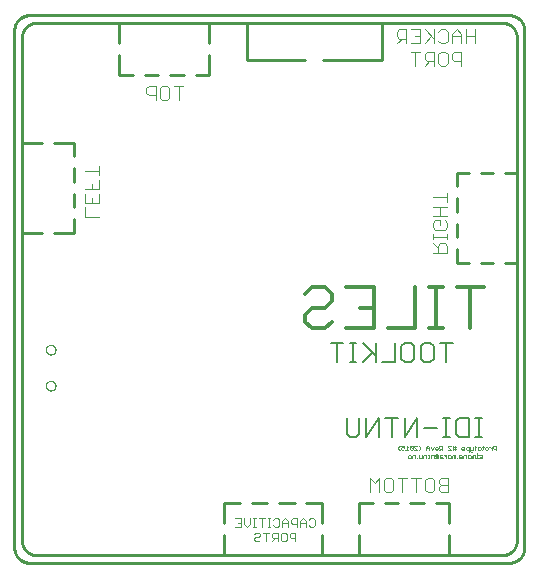
<source format=gbo>
G75*
%MOIN*%
%OFA0B0*%
%FSLAX25Y25*%
%IPPOS*%
%LPD*%
%AMOC8*
5,1,8,0,0,1.08239X$1,22.5*
%
%ADD10C,0.01000*%
%ADD11C,0.00400*%
%ADD12C,0.01200*%
%ADD13C,0.00600*%
%ADD14C,0.00100*%
%ADD15C,0.00300*%
%ADD16C,0.00000*%
D10*
X0008000Y0006500D02*
X0008000Y0179000D01*
X0010500Y0176500D02*
X0010500Y0141500D01*
X0017281Y0141500D01*
X0021219Y0141500D02*
X0028000Y0141500D01*
X0028000Y0136953D01*
X0028000Y0133016D02*
X0028000Y0128469D01*
X0028000Y0124531D02*
X0028000Y0119984D01*
X0028000Y0116047D02*
X0028000Y0111500D01*
X0021219Y0111500D01*
X0017281Y0111500D02*
X0010500Y0111500D01*
X0010500Y0141500D01*
X0010500Y0111500D02*
X0010500Y0009000D01*
X0008000Y0006500D02*
X0008002Y0006360D01*
X0008008Y0006220D01*
X0008018Y0006080D01*
X0008031Y0005940D01*
X0008049Y0005801D01*
X0008071Y0005662D01*
X0008096Y0005525D01*
X0008125Y0005387D01*
X0008158Y0005251D01*
X0008195Y0005116D01*
X0008236Y0004982D01*
X0008281Y0004849D01*
X0008329Y0004717D01*
X0008381Y0004587D01*
X0008436Y0004458D01*
X0008495Y0004331D01*
X0008558Y0004205D01*
X0008624Y0004081D01*
X0008693Y0003960D01*
X0008766Y0003840D01*
X0008843Y0003722D01*
X0008922Y0003607D01*
X0009005Y0003493D01*
X0009091Y0003383D01*
X0009180Y0003274D01*
X0009272Y0003168D01*
X0009367Y0003065D01*
X0009464Y0002964D01*
X0009565Y0002867D01*
X0009668Y0002772D01*
X0009774Y0002680D01*
X0009883Y0002591D01*
X0009993Y0002505D01*
X0010107Y0002422D01*
X0010222Y0002343D01*
X0010340Y0002266D01*
X0010460Y0002193D01*
X0010581Y0002124D01*
X0010705Y0002058D01*
X0010831Y0001995D01*
X0010958Y0001936D01*
X0011087Y0001881D01*
X0011217Y0001829D01*
X0011349Y0001781D01*
X0011482Y0001736D01*
X0011616Y0001695D01*
X0011751Y0001658D01*
X0011887Y0001625D01*
X0012025Y0001596D01*
X0012162Y0001571D01*
X0012301Y0001549D01*
X0012440Y0001531D01*
X0012580Y0001518D01*
X0012720Y0001508D01*
X0012860Y0001502D01*
X0013000Y0001500D01*
X0173000Y0001500D01*
X0170500Y0004000D02*
X0153000Y0004000D01*
X0153000Y0010781D01*
X0153000Y0014719D02*
X0153000Y0021500D01*
X0148453Y0021500D01*
X0144516Y0021500D02*
X0139969Y0021500D01*
X0136031Y0021500D02*
X0131484Y0021500D01*
X0127547Y0021500D02*
X0123000Y0021500D01*
X0123000Y0014719D01*
X0123000Y0010781D02*
X0123000Y0004000D01*
X0110500Y0004000D01*
X0110500Y0010781D01*
X0110500Y0014719D02*
X0110500Y0021500D01*
X0105328Y0021500D01*
X0101391Y0021500D02*
X0096219Y0021500D01*
X0092281Y0021500D02*
X0087109Y0021500D01*
X0083172Y0021500D02*
X0078000Y0021500D01*
X0078000Y0014719D01*
X0078000Y0010781D02*
X0078000Y0004000D01*
X0015500Y0004000D01*
X0015360Y0004002D01*
X0015220Y0004008D01*
X0015080Y0004018D01*
X0014940Y0004031D01*
X0014801Y0004049D01*
X0014662Y0004071D01*
X0014525Y0004096D01*
X0014387Y0004125D01*
X0014251Y0004158D01*
X0014116Y0004195D01*
X0013982Y0004236D01*
X0013849Y0004281D01*
X0013717Y0004329D01*
X0013587Y0004381D01*
X0013458Y0004436D01*
X0013331Y0004495D01*
X0013205Y0004558D01*
X0013081Y0004624D01*
X0012960Y0004693D01*
X0012840Y0004766D01*
X0012722Y0004843D01*
X0012607Y0004922D01*
X0012493Y0005005D01*
X0012383Y0005091D01*
X0012274Y0005180D01*
X0012168Y0005272D01*
X0012065Y0005367D01*
X0011964Y0005464D01*
X0011867Y0005565D01*
X0011772Y0005668D01*
X0011680Y0005774D01*
X0011591Y0005883D01*
X0011505Y0005993D01*
X0011422Y0006107D01*
X0011343Y0006222D01*
X0011266Y0006340D01*
X0011193Y0006460D01*
X0011124Y0006581D01*
X0011058Y0006705D01*
X0010995Y0006831D01*
X0010936Y0006958D01*
X0010881Y0007087D01*
X0010829Y0007217D01*
X0010781Y0007349D01*
X0010736Y0007482D01*
X0010695Y0007616D01*
X0010658Y0007751D01*
X0010625Y0007887D01*
X0010596Y0008025D01*
X0010571Y0008162D01*
X0010549Y0008301D01*
X0010531Y0008440D01*
X0010518Y0008580D01*
X0010508Y0008720D01*
X0010502Y0008860D01*
X0010500Y0009000D01*
X0078000Y0004000D02*
X0110500Y0004000D01*
X0123000Y0004000D02*
X0153000Y0004000D01*
X0170500Y0004000D02*
X0170640Y0004002D01*
X0170780Y0004008D01*
X0170920Y0004018D01*
X0171060Y0004031D01*
X0171199Y0004049D01*
X0171338Y0004071D01*
X0171475Y0004096D01*
X0171613Y0004125D01*
X0171749Y0004158D01*
X0171884Y0004195D01*
X0172018Y0004236D01*
X0172151Y0004281D01*
X0172283Y0004329D01*
X0172413Y0004381D01*
X0172542Y0004436D01*
X0172669Y0004495D01*
X0172795Y0004558D01*
X0172919Y0004624D01*
X0173040Y0004693D01*
X0173160Y0004766D01*
X0173278Y0004843D01*
X0173393Y0004922D01*
X0173507Y0005005D01*
X0173617Y0005091D01*
X0173726Y0005180D01*
X0173832Y0005272D01*
X0173935Y0005367D01*
X0174036Y0005464D01*
X0174133Y0005565D01*
X0174228Y0005668D01*
X0174320Y0005774D01*
X0174409Y0005883D01*
X0174495Y0005993D01*
X0174578Y0006107D01*
X0174657Y0006222D01*
X0174734Y0006340D01*
X0174807Y0006460D01*
X0174876Y0006581D01*
X0174942Y0006705D01*
X0175005Y0006831D01*
X0175064Y0006958D01*
X0175119Y0007087D01*
X0175171Y0007217D01*
X0175219Y0007349D01*
X0175264Y0007482D01*
X0175305Y0007616D01*
X0175342Y0007751D01*
X0175375Y0007887D01*
X0175404Y0008025D01*
X0175429Y0008162D01*
X0175451Y0008301D01*
X0175469Y0008440D01*
X0175482Y0008580D01*
X0175492Y0008720D01*
X0175498Y0008860D01*
X0175500Y0009000D01*
X0175500Y0101500D01*
X0171458Y0101500D01*
X0167521Y0101500D02*
X0163479Y0101500D01*
X0159542Y0101500D02*
X0155500Y0101500D01*
X0155500Y0106047D01*
X0155500Y0109984D02*
X0155500Y0114531D01*
X0155500Y0118469D02*
X0155500Y0123016D01*
X0155500Y0126953D02*
X0155500Y0131500D01*
X0159542Y0131500D01*
X0163479Y0131500D02*
X0167521Y0131500D01*
X0171458Y0131500D02*
X0175500Y0131500D01*
X0175500Y0101500D01*
X0175500Y0131500D02*
X0175500Y0176500D01*
X0178000Y0179000D02*
X0178000Y0006500D01*
X0177998Y0006360D01*
X0177992Y0006220D01*
X0177982Y0006080D01*
X0177969Y0005940D01*
X0177951Y0005801D01*
X0177929Y0005662D01*
X0177904Y0005525D01*
X0177875Y0005387D01*
X0177842Y0005251D01*
X0177805Y0005116D01*
X0177764Y0004982D01*
X0177719Y0004849D01*
X0177671Y0004717D01*
X0177619Y0004587D01*
X0177564Y0004458D01*
X0177505Y0004331D01*
X0177442Y0004205D01*
X0177376Y0004081D01*
X0177307Y0003960D01*
X0177234Y0003840D01*
X0177157Y0003722D01*
X0177078Y0003607D01*
X0176995Y0003493D01*
X0176909Y0003383D01*
X0176820Y0003274D01*
X0176728Y0003168D01*
X0176633Y0003065D01*
X0176536Y0002964D01*
X0176435Y0002867D01*
X0176332Y0002772D01*
X0176226Y0002680D01*
X0176117Y0002591D01*
X0176007Y0002505D01*
X0175893Y0002422D01*
X0175778Y0002343D01*
X0175660Y0002266D01*
X0175540Y0002193D01*
X0175419Y0002124D01*
X0175295Y0002058D01*
X0175169Y0001995D01*
X0175042Y0001936D01*
X0174913Y0001881D01*
X0174783Y0001829D01*
X0174651Y0001781D01*
X0174518Y0001736D01*
X0174384Y0001695D01*
X0174249Y0001658D01*
X0174113Y0001625D01*
X0173975Y0001596D01*
X0173838Y0001571D01*
X0173699Y0001549D01*
X0173560Y0001531D01*
X0173420Y0001518D01*
X0173280Y0001508D01*
X0173140Y0001502D01*
X0173000Y0001500D01*
X0073000Y0164000D02*
X0068453Y0164000D01*
X0064516Y0164000D02*
X0059969Y0164000D01*
X0056031Y0164000D02*
X0051484Y0164000D01*
X0047547Y0164000D02*
X0043000Y0164000D01*
X0043000Y0170781D01*
X0043000Y0174719D02*
X0043000Y0181500D01*
X0073000Y0181500D01*
X0073000Y0174719D01*
X0073000Y0170781D02*
X0073000Y0164000D01*
X0085500Y0169000D02*
X0105047Y0169000D01*
X0110953Y0169000D02*
X0130500Y0169000D01*
X0130500Y0181500D01*
X0170500Y0181500D01*
X0173000Y0184000D02*
X0173140Y0183998D01*
X0173280Y0183992D01*
X0173420Y0183982D01*
X0173560Y0183969D01*
X0173699Y0183951D01*
X0173838Y0183929D01*
X0173975Y0183904D01*
X0174113Y0183875D01*
X0174249Y0183842D01*
X0174384Y0183805D01*
X0174518Y0183764D01*
X0174651Y0183719D01*
X0174783Y0183671D01*
X0174913Y0183619D01*
X0175042Y0183564D01*
X0175169Y0183505D01*
X0175295Y0183442D01*
X0175419Y0183376D01*
X0175540Y0183307D01*
X0175660Y0183234D01*
X0175778Y0183157D01*
X0175893Y0183078D01*
X0176007Y0182995D01*
X0176117Y0182909D01*
X0176226Y0182820D01*
X0176332Y0182728D01*
X0176435Y0182633D01*
X0176536Y0182536D01*
X0176633Y0182435D01*
X0176728Y0182332D01*
X0176820Y0182226D01*
X0176909Y0182117D01*
X0176995Y0182007D01*
X0177078Y0181893D01*
X0177157Y0181778D01*
X0177234Y0181660D01*
X0177307Y0181540D01*
X0177376Y0181419D01*
X0177442Y0181295D01*
X0177505Y0181169D01*
X0177564Y0181042D01*
X0177619Y0180913D01*
X0177671Y0180783D01*
X0177719Y0180651D01*
X0177764Y0180518D01*
X0177805Y0180384D01*
X0177842Y0180249D01*
X0177875Y0180113D01*
X0177904Y0179975D01*
X0177929Y0179838D01*
X0177951Y0179699D01*
X0177969Y0179560D01*
X0177982Y0179420D01*
X0177992Y0179280D01*
X0177998Y0179140D01*
X0178000Y0179000D01*
X0173000Y0184000D02*
X0013000Y0184000D01*
X0015500Y0181500D02*
X0043000Y0181500D01*
X0015500Y0181500D02*
X0015360Y0181498D01*
X0015220Y0181492D01*
X0015080Y0181482D01*
X0014940Y0181469D01*
X0014801Y0181451D01*
X0014662Y0181429D01*
X0014525Y0181404D01*
X0014387Y0181375D01*
X0014251Y0181342D01*
X0014116Y0181305D01*
X0013982Y0181264D01*
X0013849Y0181219D01*
X0013717Y0181171D01*
X0013587Y0181119D01*
X0013458Y0181064D01*
X0013331Y0181005D01*
X0013205Y0180942D01*
X0013081Y0180876D01*
X0012960Y0180807D01*
X0012840Y0180734D01*
X0012722Y0180657D01*
X0012607Y0180578D01*
X0012493Y0180495D01*
X0012383Y0180409D01*
X0012274Y0180320D01*
X0012168Y0180228D01*
X0012065Y0180133D01*
X0011964Y0180036D01*
X0011867Y0179935D01*
X0011772Y0179832D01*
X0011680Y0179726D01*
X0011591Y0179617D01*
X0011505Y0179507D01*
X0011422Y0179393D01*
X0011343Y0179278D01*
X0011266Y0179160D01*
X0011193Y0179040D01*
X0011124Y0178919D01*
X0011058Y0178795D01*
X0010995Y0178669D01*
X0010936Y0178542D01*
X0010881Y0178413D01*
X0010829Y0178283D01*
X0010781Y0178151D01*
X0010736Y0178018D01*
X0010695Y0177884D01*
X0010658Y0177749D01*
X0010625Y0177613D01*
X0010596Y0177475D01*
X0010571Y0177338D01*
X0010549Y0177199D01*
X0010531Y0177060D01*
X0010518Y0176920D01*
X0010508Y0176780D01*
X0010502Y0176640D01*
X0010500Y0176500D01*
X0008000Y0179000D02*
X0008002Y0179140D01*
X0008008Y0179280D01*
X0008018Y0179420D01*
X0008031Y0179560D01*
X0008049Y0179699D01*
X0008071Y0179838D01*
X0008096Y0179975D01*
X0008125Y0180113D01*
X0008158Y0180249D01*
X0008195Y0180384D01*
X0008236Y0180518D01*
X0008281Y0180651D01*
X0008329Y0180783D01*
X0008381Y0180913D01*
X0008436Y0181042D01*
X0008495Y0181169D01*
X0008558Y0181295D01*
X0008624Y0181419D01*
X0008693Y0181540D01*
X0008766Y0181660D01*
X0008843Y0181778D01*
X0008922Y0181893D01*
X0009005Y0182007D01*
X0009091Y0182117D01*
X0009180Y0182226D01*
X0009272Y0182332D01*
X0009367Y0182435D01*
X0009464Y0182536D01*
X0009565Y0182633D01*
X0009668Y0182728D01*
X0009774Y0182820D01*
X0009883Y0182909D01*
X0009993Y0182995D01*
X0010107Y0183078D01*
X0010222Y0183157D01*
X0010340Y0183234D01*
X0010460Y0183307D01*
X0010581Y0183376D01*
X0010705Y0183442D01*
X0010831Y0183505D01*
X0010958Y0183564D01*
X0011087Y0183619D01*
X0011217Y0183671D01*
X0011349Y0183719D01*
X0011482Y0183764D01*
X0011616Y0183805D01*
X0011751Y0183842D01*
X0011887Y0183875D01*
X0012025Y0183904D01*
X0012162Y0183929D01*
X0012301Y0183951D01*
X0012440Y0183969D01*
X0012580Y0183982D01*
X0012720Y0183992D01*
X0012860Y0183998D01*
X0013000Y0184000D01*
X0073000Y0181500D02*
X0085500Y0181500D01*
X0085500Y0169000D01*
X0085500Y0181500D02*
X0130500Y0181500D01*
X0170500Y0181500D02*
X0170640Y0181498D01*
X0170780Y0181492D01*
X0170920Y0181482D01*
X0171060Y0181469D01*
X0171199Y0181451D01*
X0171338Y0181429D01*
X0171475Y0181404D01*
X0171613Y0181375D01*
X0171749Y0181342D01*
X0171884Y0181305D01*
X0172018Y0181264D01*
X0172151Y0181219D01*
X0172283Y0181171D01*
X0172413Y0181119D01*
X0172542Y0181064D01*
X0172669Y0181005D01*
X0172795Y0180942D01*
X0172919Y0180876D01*
X0173040Y0180807D01*
X0173160Y0180734D01*
X0173278Y0180657D01*
X0173393Y0180578D01*
X0173507Y0180495D01*
X0173617Y0180409D01*
X0173726Y0180320D01*
X0173832Y0180228D01*
X0173935Y0180133D01*
X0174036Y0180036D01*
X0174133Y0179935D01*
X0174228Y0179832D01*
X0174320Y0179726D01*
X0174409Y0179617D01*
X0174495Y0179507D01*
X0174578Y0179393D01*
X0174657Y0179278D01*
X0174734Y0179160D01*
X0174807Y0179040D01*
X0174876Y0178919D01*
X0174942Y0178795D01*
X0175005Y0178669D01*
X0175064Y0178542D01*
X0175119Y0178413D01*
X0175171Y0178283D01*
X0175219Y0178151D01*
X0175264Y0178018D01*
X0175305Y0177884D01*
X0175342Y0177749D01*
X0175375Y0177613D01*
X0175404Y0177475D01*
X0175429Y0177338D01*
X0175451Y0177199D01*
X0175469Y0177060D01*
X0175482Y0176920D01*
X0175492Y0176780D01*
X0175498Y0176640D01*
X0175500Y0176500D01*
D11*
X0161612Y0177002D02*
X0158543Y0177002D01*
X0157008Y0177002D02*
X0153939Y0177002D01*
X0153939Y0177769D02*
X0153939Y0174700D01*
X0152404Y0175467D02*
X0151637Y0174700D01*
X0150102Y0174700D01*
X0149335Y0175467D01*
X0147800Y0174700D02*
X0147800Y0179304D01*
X0149335Y0178537D02*
X0150102Y0179304D01*
X0151637Y0179304D01*
X0152404Y0178537D01*
X0152404Y0175467D01*
X0153939Y0177769D02*
X0155473Y0179304D01*
X0157008Y0177769D01*
X0157008Y0174700D01*
X0158543Y0174700D02*
X0158543Y0179304D01*
X0161612Y0179304D02*
X0161612Y0174700D01*
X0157008Y0171804D02*
X0154706Y0171804D01*
X0153939Y0171037D01*
X0153939Y0169502D01*
X0154706Y0168735D01*
X0157008Y0168735D01*
X0157008Y0167200D02*
X0157008Y0171804D01*
X0152404Y0171037D02*
X0152404Y0167967D01*
X0151637Y0167200D01*
X0150102Y0167200D01*
X0149335Y0167967D01*
X0149335Y0171037D01*
X0150102Y0171804D01*
X0151637Y0171804D01*
X0152404Y0171037D01*
X0147800Y0171804D02*
X0147800Y0167200D01*
X0147800Y0168735D02*
X0145498Y0168735D01*
X0144731Y0169502D01*
X0144731Y0171037D01*
X0145498Y0171804D01*
X0147800Y0171804D01*
X0146265Y0168735D02*
X0144731Y0167200D01*
X0141661Y0167200D02*
X0141661Y0171804D01*
X0140127Y0171804D02*
X0143196Y0171804D01*
X0143196Y0174700D02*
X0140127Y0174700D01*
X0138592Y0174700D02*
X0138592Y0179304D01*
X0136290Y0179304D01*
X0135523Y0178537D01*
X0135523Y0177002D01*
X0136290Y0176235D01*
X0138592Y0176235D01*
X0137058Y0176235D02*
X0135523Y0174700D01*
X0140127Y0179304D02*
X0143196Y0179304D01*
X0143196Y0174700D01*
X0144731Y0174700D02*
X0147033Y0177002D01*
X0147800Y0176235D02*
X0144731Y0179304D01*
X0143196Y0177002D02*
X0141661Y0177002D01*
X0152209Y0124808D02*
X0152209Y0121739D01*
X0152209Y0123273D02*
X0147606Y0123273D01*
X0147606Y0120204D02*
X0152209Y0120204D01*
X0149907Y0120204D02*
X0149907Y0117135D01*
X0149907Y0115600D02*
X0149907Y0114065D01*
X0149907Y0115600D02*
X0148373Y0115600D01*
X0147606Y0114833D01*
X0147606Y0113298D01*
X0148373Y0112531D01*
X0151442Y0112531D01*
X0152209Y0113298D01*
X0152209Y0114833D01*
X0151442Y0115600D01*
X0152209Y0117135D02*
X0147606Y0117135D01*
X0147606Y0110996D02*
X0147606Y0109461D01*
X0147606Y0110229D02*
X0152209Y0110229D01*
X0152209Y0110996D02*
X0152209Y0109461D01*
X0151442Y0107927D02*
X0149907Y0107927D01*
X0149140Y0107159D01*
X0149140Y0104857D01*
X0147606Y0104857D02*
X0152209Y0104857D01*
X0152209Y0107159D01*
X0151442Y0107927D01*
X0149140Y0106392D02*
X0147606Y0107927D01*
X0147271Y0029709D02*
X0145737Y0029709D01*
X0144969Y0028942D01*
X0144969Y0025873D01*
X0145737Y0025106D01*
X0147271Y0025106D01*
X0148039Y0025873D01*
X0148039Y0028942D01*
X0147271Y0029709D01*
X0149573Y0028942D02*
X0149573Y0028175D01*
X0150341Y0027407D01*
X0152643Y0027407D01*
X0152643Y0025106D02*
X0150341Y0025106D01*
X0149573Y0025873D01*
X0149573Y0026640D01*
X0150341Y0027407D01*
X0149573Y0028942D02*
X0150341Y0029709D01*
X0152643Y0029709D01*
X0152643Y0025106D01*
X0143435Y0029709D02*
X0140365Y0029709D01*
X0138831Y0029709D02*
X0135761Y0029709D01*
X0137296Y0029709D02*
X0137296Y0025106D01*
X0134227Y0025873D02*
X0133460Y0025106D01*
X0131925Y0025106D01*
X0131158Y0025873D01*
X0131158Y0028942D01*
X0131925Y0029709D01*
X0133460Y0029709D01*
X0134227Y0028942D01*
X0134227Y0025873D01*
X0129623Y0025106D02*
X0129623Y0029709D01*
X0128088Y0028175D01*
X0126554Y0029709D01*
X0126554Y0025106D01*
X0141900Y0025106D02*
X0141900Y0029709D01*
X0036209Y0116857D02*
X0031606Y0116857D01*
X0031606Y0119927D01*
X0031606Y0121461D02*
X0031606Y0124531D01*
X0031606Y0126065D02*
X0036209Y0126065D01*
X0036209Y0129135D01*
X0036209Y0130669D02*
X0036209Y0133739D01*
X0036209Y0132204D02*
X0031606Y0132204D01*
X0033907Y0127600D02*
X0033907Y0126065D01*
X0036209Y0124531D02*
X0036209Y0121461D01*
X0031606Y0121461D01*
X0033907Y0121461D02*
X0033907Y0122996D01*
X0055061Y0155794D02*
X0055061Y0160398D01*
X0052759Y0160398D01*
X0051992Y0159631D01*
X0051992Y0158096D01*
X0052759Y0157329D01*
X0055061Y0157329D01*
X0056596Y0156562D02*
X0056596Y0159631D01*
X0057363Y0160398D01*
X0058898Y0160398D01*
X0059665Y0159631D01*
X0059665Y0156562D01*
X0058898Y0155794D01*
X0057363Y0155794D01*
X0056596Y0156562D01*
X0061200Y0160398D02*
X0064269Y0160398D01*
X0062735Y0160398D02*
X0062735Y0155794D01*
D12*
X0107078Y0093412D02*
X0111682Y0093412D01*
X0113984Y0091110D01*
X0113984Y0088808D01*
X0111682Y0086506D01*
X0107078Y0086506D01*
X0104776Y0084204D01*
X0104776Y0081902D01*
X0107078Y0079600D01*
X0111682Y0079600D01*
X0113984Y0081902D01*
X0118588Y0079600D02*
X0127796Y0079600D01*
X0127796Y0093412D01*
X0118588Y0093412D01*
X0123192Y0086506D02*
X0127796Y0086506D01*
X0132400Y0079600D02*
X0141608Y0079600D01*
X0141608Y0093412D01*
X0146212Y0093412D02*
X0150816Y0093412D01*
X0148514Y0093412D02*
X0148514Y0079600D01*
X0150816Y0079600D02*
X0146212Y0079600D01*
X0160024Y0079600D02*
X0160024Y0093412D01*
X0164628Y0093412D02*
X0155420Y0093412D01*
X0107078Y0093412D02*
X0104776Y0091110D01*
D13*
X0113390Y0074705D02*
X0117661Y0074705D01*
X0115525Y0074705D02*
X0115525Y0068300D01*
X0119822Y0068300D02*
X0121958Y0068300D01*
X0120890Y0068300D02*
X0120890Y0074705D01*
X0121958Y0074705D02*
X0119822Y0074705D01*
X0124133Y0074705D02*
X0128403Y0070435D01*
X0127335Y0071503D02*
X0124133Y0068300D01*
X0128403Y0068300D02*
X0128403Y0074705D01*
X0130578Y0068300D02*
X0134849Y0068300D01*
X0134849Y0074705D01*
X0137024Y0073638D02*
X0138091Y0074705D01*
X0140226Y0074705D01*
X0141294Y0073638D01*
X0141294Y0069368D01*
X0140226Y0068300D01*
X0138091Y0068300D01*
X0137024Y0069368D01*
X0137024Y0073638D01*
X0143469Y0073638D02*
X0143469Y0069368D01*
X0144537Y0068300D01*
X0146672Y0068300D01*
X0147740Y0069368D01*
X0147740Y0073638D01*
X0146672Y0074705D01*
X0144537Y0074705D01*
X0143469Y0073638D01*
X0149915Y0074705D02*
X0154185Y0074705D01*
X0152050Y0074705D02*
X0152050Y0068300D01*
X0152023Y0049705D02*
X0152023Y0043300D01*
X0150956Y0043300D02*
X0153091Y0043300D01*
X0155266Y0044368D02*
X0155266Y0048638D01*
X0156334Y0049705D01*
X0159537Y0049705D01*
X0159537Y0043300D01*
X0156334Y0043300D01*
X0155266Y0044368D01*
X0153091Y0049705D02*
X0150956Y0049705D01*
X0148794Y0046503D02*
X0144524Y0046503D01*
X0142349Y0049705D02*
X0142349Y0043300D01*
X0138078Y0043300D02*
X0138078Y0049705D01*
X0135903Y0049705D02*
X0131633Y0049705D01*
X0133768Y0049705D02*
X0133768Y0043300D01*
X0129458Y0043300D02*
X0129458Y0049705D01*
X0125187Y0043300D01*
X0125187Y0049705D01*
X0123012Y0049705D02*
X0123012Y0044368D01*
X0121944Y0043300D01*
X0119809Y0043300D01*
X0118742Y0044368D01*
X0118742Y0049705D01*
X0138078Y0043300D02*
X0142349Y0049705D01*
X0161698Y0049705D02*
X0163834Y0049705D01*
X0162766Y0049705D02*
X0162766Y0043300D01*
X0163834Y0043300D02*
X0161698Y0043300D01*
D14*
X0161718Y0040301D02*
X0161718Y0039300D01*
X0161468Y0039050D01*
X0160987Y0039300D02*
X0160736Y0039050D01*
X0159986Y0039050D01*
X0159986Y0038800D02*
X0160236Y0038550D01*
X0160486Y0038550D01*
X0159986Y0038800D02*
X0159986Y0040051D01*
X0159513Y0040051D02*
X0158763Y0040051D01*
X0158512Y0039801D01*
X0158512Y0039300D01*
X0158763Y0039050D01*
X0159513Y0039050D01*
X0159513Y0038550D02*
X0159513Y0040051D01*
X0160987Y0040051D02*
X0160987Y0039300D01*
X0161468Y0040051D02*
X0161969Y0040051D01*
X0162441Y0039801D02*
X0162691Y0040051D01*
X0163192Y0040051D01*
X0163442Y0039801D01*
X0163442Y0039300D01*
X0163192Y0039050D01*
X0162691Y0039050D01*
X0162441Y0039300D01*
X0162441Y0039801D01*
X0163924Y0040051D02*
X0164424Y0040051D01*
X0164174Y0040301D02*
X0164174Y0039300D01*
X0163924Y0039050D01*
X0164897Y0039300D02*
X0164897Y0039801D01*
X0165147Y0040051D01*
X0165647Y0040051D01*
X0165897Y0039801D01*
X0165897Y0039300D01*
X0165647Y0039050D01*
X0165147Y0039050D01*
X0164897Y0039300D01*
X0166374Y0040051D02*
X0166625Y0040051D01*
X0167125Y0039550D01*
X0167125Y0039050D02*
X0167125Y0040051D01*
X0167597Y0040301D02*
X0167597Y0039801D01*
X0167848Y0039550D01*
X0168598Y0039550D01*
X0168598Y0039050D02*
X0168598Y0040551D01*
X0167848Y0040551D01*
X0167597Y0040301D01*
X0163991Y0037051D02*
X0163741Y0037301D01*
X0162990Y0037301D01*
X0162518Y0037301D02*
X0162267Y0037301D01*
X0162267Y0036300D01*
X0162017Y0036300D02*
X0162518Y0036300D01*
X0162990Y0036550D02*
X0163240Y0036800D01*
X0163741Y0036800D01*
X0163991Y0037051D01*
X0163991Y0036300D02*
X0163240Y0036300D01*
X0162990Y0036550D01*
X0162267Y0037801D02*
X0162267Y0038051D01*
X0161536Y0037301D02*
X0161285Y0037301D01*
X0161035Y0037051D01*
X0160785Y0037301D01*
X0160535Y0037051D01*
X0160535Y0036300D01*
X0161035Y0036300D02*
X0161035Y0037051D01*
X0161536Y0037301D02*
X0161536Y0036300D01*
X0160062Y0036550D02*
X0159812Y0036300D01*
X0159312Y0036300D01*
X0159061Y0036550D01*
X0159061Y0037051D01*
X0159312Y0037301D01*
X0159812Y0037301D01*
X0160062Y0037051D01*
X0160062Y0036550D01*
X0158589Y0036300D02*
X0158589Y0037301D01*
X0157838Y0037301D01*
X0157588Y0037051D01*
X0157588Y0036300D01*
X0157116Y0036550D02*
X0157116Y0037051D01*
X0156866Y0037301D01*
X0156365Y0037301D01*
X0156115Y0037051D01*
X0156115Y0036800D01*
X0157116Y0036800D01*
X0157116Y0036550D02*
X0156866Y0036300D01*
X0156365Y0036300D01*
X0155643Y0036300D02*
X0155392Y0036300D01*
X0155392Y0036550D01*
X0155643Y0036550D01*
X0155643Y0036300D01*
X0154906Y0036300D02*
X0154906Y0037301D01*
X0154656Y0037301D01*
X0154405Y0037051D01*
X0154155Y0037301D01*
X0153905Y0037051D01*
X0153905Y0036300D01*
X0154405Y0036300D02*
X0154405Y0037051D01*
X0153433Y0037051D02*
X0153433Y0036550D01*
X0153182Y0036300D01*
X0152682Y0036300D01*
X0152432Y0036550D01*
X0152432Y0037051D01*
X0152682Y0037301D01*
X0153182Y0037301D01*
X0153433Y0037051D01*
X0151959Y0037301D02*
X0151959Y0036300D01*
X0151959Y0036800D02*
X0151459Y0037301D01*
X0151209Y0037301D01*
X0150481Y0037301D02*
X0149981Y0037301D01*
X0149731Y0037051D01*
X0149731Y0036300D01*
X0150481Y0036300D01*
X0150732Y0036550D01*
X0150481Y0036800D01*
X0149731Y0036800D01*
X0149258Y0036550D02*
X0149258Y0037551D01*
X0149008Y0037801D01*
X0148508Y0037801D01*
X0148258Y0037551D01*
X0148258Y0037051D01*
X0148508Y0036800D01*
X0148508Y0037301D01*
X0149008Y0037301D01*
X0149008Y0036800D01*
X0148508Y0036800D01*
X0148258Y0036550D02*
X0148508Y0036300D01*
X0149008Y0036300D01*
X0149258Y0036550D01*
X0147785Y0036300D02*
X0147785Y0037301D01*
X0147035Y0037301D01*
X0146784Y0037051D01*
X0146784Y0036300D01*
X0146062Y0036550D02*
X0145811Y0036300D01*
X0146062Y0036550D02*
X0146062Y0037551D01*
X0146312Y0037301D02*
X0145811Y0037301D01*
X0145330Y0037301D02*
X0144579Y0037301D01*
X0144329Y0037051D01*
X0144329Y0036300D01*
X0143856Y0036550D02*
X0143606Y0036300D01*
X0142856Y0036300D01*
X0142856Y0037301D01*
X0142383Y0036550D02*
X0142133Y0036550D01*
X0142133Y0036300D01*
X0142383Y0036300D01*
X0142383Y0036550D01*
X0141647Y0036300D02*
X0141647Y0037301D01*
X0140896Y0037301D01*
X0140646Y0037051D01*
X0140646Y0036300D01*
X0140173Y0036550D02*
X0139923Y0036300D01*
X0139423Y0036300D01*
X0139173Y0036550D01*
X0139173Y0037051D01*
X0139423Y0037301D01*
X0139923Y0037301D01*
X0140173Y0037051D01*
X0140173Y0036550D01*
X0140101Y0039050D02*
X0140602Y0039050D01*
X0140852Y0039300D01*
X0139851Y0040301D01*
X0139851Y0039300D01*
X0140101Y0039050D01*
X0139379Y0039050D02*
X0138378Y0039050D01*
X0138878Y0039050D02*
X0138878Y0040551D01*
X0139379Y0040051D01*
X0139851Y0040301D02*
X0140101Y0040551D01*
X0140602Y0040551D01*
X0140852Y0040301D01*
X0140852Y0039300D01*
X0141324Y0039050D02*
X0142325Y0039050D01*
X0141324Y0040051D01*
X0141324Y0040301D01*
X0141575Y0040551D01*
X0142075Y0040551D01*
X0142325Y0040301D01*
X0142807Y0040551D02*
X0143307Y0040051D01*
X0143307Y0039550D01*
X0142807Y0039050D01*
X0143856Y0037301D02*
X0143856Y0036550D01*
X0145330Y0036300D02*
X0145330Y0037301D01*
X0145253Y0039050D02*
X0145253Y0040051D01*
X0145754Y0040551D01*
X0146254Y0040051D01*
X0146254Y0039050D01*
X0146254Y0039801D02*
X0145253Y0039801D01*
X0146726Y0040051D02*
X0147227Y0039050D01*
X0147727Y0040051D01*
X0148200Y0039801D02*
X0148200Y0039550D01*
X0149200Y0039550D01*
X0149200Y0039300D02*
X0149200Y0039801D01*
X0148950Y0040051D01*
X0148450Y0040051D01*
X0148200Y0039801D01*
X0148450Y0039050D02*
X0148950Y0039050D01*
X0149200Y0039300D01*
X0149673Y0039050D02*
X0150173Y0039550D01*
X0149923Y0039550D02*
X0150674Y0039550D01*
X0150674Y0039050D02*
X0150674Y0040551D01*
X0149923Y0040551D01*
X0149673Y0040301D01*
X0149673Y0039801D01*
X0149923Y0039550D01*
X0152619Y0039050D02*
X0153620Y0039050D01*
X0152619Y0040051D01*
X0152619Y0040301D01*
X0152870Y0040551D01*
X0153370Y0040551D01*
X0153620Y0040301D01*
X0154093Y0040051D02*
X0154343Y0040051D01*
X0155094Y0040051D01*
X0155094Y0039550D02*
X0154093Y0039550D01*
X0154343Y0039050D02*
X0154343Y0040551D01*
X0154843Y0040551D02*
X0154843Y0039050D01*
X0157039Y0039550D02*
X0157039Y0039801D01*
X0157289Y0040051D01*
X0157790Y0040051D01*
X0158040Y0039801D01*
X0158040Y0039300D01*
X0157790Y0039050D01*
X0157289Y0039050D01*
X0157039Y0039550D02*
X0158040Y0039550D01*
X0137906Y0039300D02*
X0137655Y0039050D01*
X0137155Y0039050D01*
X0136905Y0039300D01*
X0136905Y0039801D01*
X0137155Y0040051D01*
X0137405Y0040051D01*
X0137906Y0039801D01*
X0137906Y0040551D01*
X0136905Y0040551D01*
X0136432Y0040551D02*
X0135932Y0040051D01*
X0135932Y0039550D01*
X0136432Y0039050D01*
D15*
X0108100Y0015869D02*
X0108100Y0013934D01*
X0107617Y0013450D01*
X0106649Y0013450D01*
X0106165Y0013934D01*
X0105154Y0013450D02*
X0105154Y0015385D01*
X0104186Y0016352D01*
X0103219Y0015385D01*
X0103219Y0013450D01*
X0102207Y0013450D02*
X0102207Y0016352D01*
X0100756Y0016352D01*
X0100272Y0015869D01*
X0100272Y0014901D01*
X0100756Y0014417D01*
X0102207Y0014417D01*
X0103219Y0014901D02*
X0105154Y0014901D01*
X0106165Y0015869D02*
X0106649Y0016352D01*
X0107617Y0016352D01*
X0108100Y0015869D01*
X0101716Y0011552D02*
X0101716Y0008650D01*
X0101716Y0009617D02*
X0100265Y0009617D01*
X0099781Y0010101D01*
X0099781Y0011069D01*
X0100265Y0011552D01*
X0101716Y0011552D01*
X0098770Y0011069D02*
X0098770Y0009134D01*
X0098286Y0008650D01*
X0097319Y0008650D01*
X0096835Y0009134D01*
X0096835Y0011069D01*
X0097319Y0011552D01*
X0098286Y0011552D01*
X0098770Y0011069D01*
X0099261Y0013450D02*
X0099261Y0015385D01*
X0098293Y0016352D01*
X0097326Y0015385D01*
X0097326Y0013450D01*
X0096314Y0013934D02*
X0096314Y0015869D01*
X0095831Y0016352D01*
X0094863Y0016352D01*
X0094379Y0015869D01*
X0093368Y0016352D02*
X0092400Y0016352D01*
X0092884Y0016352D02*
X0092884Y0013450D01*
X0093368Y0013450D02*
X0092400Y0013450D01*
X0092877Y0011552D02*
X0090942Y0011552D01*
X0091909Y0011552D02*
X0091909Y0008650D01*
X0093888Y0008650D02*
X0094856Y0009617D01*
X0094372Y0009617D02*
X0095823Y0009617D01*
X0095823Y0008650D02*
X0095823Y0011552D01*
X0094372Y0011552D01*
X0093888Y0011069D01*
X0093888Y0010101D01*
X0094372Y0009617D01*
X0094863Y0013450D02*
X0094379Y0013934D01*
X0094863Y0013450D02*
X0095831Y0013450D01*
X0096314Y0013934D01*
X0097326Y0014901D02*
X0099261Y0014901D01*
X0091403Y0016352D02*
X0089469Y0016352D01*
X0090436Y0016352D02*
X0090436Y0013450D01*
X0088457Y0013450D02*
X0087489Y0013450D01*
X0087973Y0013450D02*
X0087973Y0016352D01*
X0088457Y0016352D02*
X0087489Y0016352D01*
X0086493Y0016352D02*
X0086493Y0014417D01*
X0085525Y0013450D01*
X0084558Y0014417D01*
X0084558Y0016352D01*
X0083546Y0016352D02*
X0083546Y0013450D01*
X0081611Y0013450D01*
X0082579Y0014901D02*
X0083546Y0014901D01*
X0083546Y0016352D02*
X0081611Y0016352D01*
X0087995Y0011069D02*
X0088479Y0011552D01*
X0089446Y0011552D01*
X0089930Y0011069D01*
X0089930Y0010585D01*
X0089446Y0010101D01*
X0088479Y0010101D01*
X0087995Y0009617D01*
X0087995Y0009134D01*
X0088479Y0008650D01*
X0089446Y0008650D01*
X0089930Y0009134D01*
D16*
X0018526Y0060500D02*
X0018528Y0060580D01*
X0018534Y0060659D01*
X0018544Y0060738D01*
X0018558Y0060817D01*
X0018575Y0060895D01*
X0018597Y0060972D01*
X0018622Y0061047D01*
X0018652Y0061121D01*
X0018684Y0061194D01*
X0018721Y0061265D01*
X0018761Y0061334D01*
X0018804Y0061401D01*
X0018851Y0061466D01*
X0018900Y0061528D01*
X0018953Y0061588D01*
X0019009Y0061645D01*
X0019067Y0061700D01*
X0019128Y0061751D01*
X0019192Y0061799D01*
X0019258Y0061844D01*
X0019326Y0061886D01*
X0019396Y0061924D01*
X0019468Y0061958D01*
X0019541Y0061989D01*
X0019616Y0062017D01*
X0019693Y0062040D01*
X0019770Y0062060D01*
X0019848Y0062076D01*
X0019927Y0062088D01*
X0020006Y0062096D01*
X0020086Y0062100D01*
X0020166Y0062100D01*
X0020246Y0062096D01*
X0020325Y0062088D01*
X0020404Y0062076D01*
X0020482Y0062060D01*
X0020559Y0062040D01*
X0020636Y0062017D01*
X0020711Y0061989D01*
X0020784Y0061958D01*
X0020856Y0061924D01*
X0020926Y0061886D01*
X0020994Y0061844D01*
X0021060Y0061799D01*
X0021124Y0061751D01*
X0021185Y0061700D01*
X0021243Y0061645D01*
X0021299Y0061588D01*
X0021352Y0061528D01*
X0021401Y0061466D01*
X0021448Y0061401D01*
X0021491Y0061334D01*
X0021531Y0061265D01*
X0021568Y0061194D01*
X0021600Y0061121D01*
X0021630Y0061047D01*
X0021655Y0060972D01*
X0021677Y0060895D01*
X0021694Y0060817D01*
X0021708Y0060738D01*
X0021718Y0060659D01*
X0021724Y0060580D01*
X0021726Y0060500D01*
X0021724Y0060420D01*
X0021718Y0060341D01*
X0021708Y0060262D01*
X0021694Y0060183D01*
X0021677Y0060105D01*
X0021655Y0060028D01*
X0021630Y0059953D01*
X0021600Y0059879D01*
X0021568Y0059806D01*
X0021531Y0059735D01*
X0021491Y0059666D01*
X0021448Y0059599D01*
X0021401Y0059534D01*
X0021352Y0059472D01*
X0021299Y0059412D01*
X0021243Y0059355D01*
X0021185Y0059300D01*
X0021124Y0059249D01*
X0021060Y0059201D01*
X0020994Y0059156D01*
X0020926Y0059114D01*
X0020856Y0059076D01*
X0020784Y0059042D01*
X0020711Y0059011D01*
X0020636Y0058983D01*
X0020559Y0058960D01*
X0020482Y0058940D01*
X0020404Y0058924D01*
X0020325Y0058912D01*
X0020246Y0058904D01*
X0020166Y0058900D01*
X0020086Y0058900D01*
X0020006Y0058904D01*
X0019927Y0058912D01*
X0019848Y0058924D01*
X0019770Y0058940D01*
X0019693Y0058960D01*
X0019616Y0058983D01*
X0019541Y0059011D01*
X0019468Y0059042D01*
X0019396Y0059076D01*
X0019326Y0059114D01*
X0019258Y0059156D01*
X0019192Y0059201D01*
X0019128Y0059249D01*
X0019067Y0059300D01*
X0019009Y0059355D01*
X0018953Y0059412D01*
X0018900Y0059472D01*
X0018851Y0059534D01*
X0018804Y0059599D01*
X0018761Y0059666D01*
X0018721Y0059735D01*
X0018684Y0059806D01*
X0018652Y0059879D01*
X0018622Y0059953D01*
X0018597Y0060028D01*
X0018575Y0060105D01*
X0018558Y0060183D01*
X0018544Y0060262D01*
X0018534Y0060341D01*
X0018528Y0060420D01*
X0018526Y0060500D01*
X0018526Y0072500D02*
X0018528Y0072580D01*
X0018534Y0072659D01*
X0018544Y0072738D01*
X0018558Y0072817D01*
X0018575Y0072895D01*
X0018597Y0072972D01*
X0018622Y0073047D01*
X0018652Y0073121D01*
X0018684Y0073194D01*
X0018721Y0073265D01*
X0018761Y0073334D01*
X0018804Y0073401D01*
X0018851Y0073466D01*
X0018900Y0073528D01*
X0018953Y0073588D01*
X0019009Y0073645D01*
X0019067Y0073700D01*
X0019128Y0073751D01*
X0019192Y0073799D01*
X0019258Y0073844D01*
X0019326Y0073886D01*
X0019396Y0073924D01*
X0019468Y0073958D01*
X0019541Y0073989D01*
X0019616Y0074017D01*
X0019693Y0074040D01*
X0019770Y0074060D01*
X0019848Y0074076D01*
X0019927Y0074088D01*
X0020006Y0074096D01*
X0020086Y0074100D01*
X0020166Y0074100D01*
X0020246Y0074096D01*
X0020325Y0074088D01*
X0020404Y0074076D01*
X0020482Y0074060D01*
X0020559Y0074040D01*
X0020636Y0074017D01*
X0020711Y0073989D01*
X0020784Y0073958D01*
X0020856Y0073924D01*
X0020926Y0073886D01*
X0020994Y0073844D01*
X0021060Y0073799D01*
X0021124Y0073751D01*
X0021185Y0073700D01*
X0021243Y0073645D01*
X0021299Y0073588D01*
X0021352Y0073528D01*
X0021401Y0073466D01*
X0021448Y0073401D01*
X0021491Y0073334D01*
X0021531Y0073265D01*
X0021568Y0073194D01*
X0021600Y0073121D01*
X0021630Y0073047D01*
X0021655Y0072972D01*
X0021677Y0072895D01*
X0021694Y0072817D01*
X0021708Y0072738D01*
X0021718Y0072659D01*
X0021724Y0072580D01*
X0021726Y0072500D01*
X0021724Y0072420D01*
X0021718Y0072341D01*
X0021708Y0072262D01*
X0021694Y0072183D01*
X0021677Y0072105D01*
X0021655Y0072028D01*
X0021630Y0071953D01*
X0021600Y0071879D01*
X0021568Y0071806D01*
X0021531Y0071735D01*
X0021491Y0071666D01*
X0021448Y0071599D01*
X0021401Y0071534D01*
X0021352Y0071472D01*
X0021299Y0071412D01*
X0021243Y0071355D01*
X0021185Y0071300D01*
X0021124Y0071249D01*
X0021060Y0071201D01*
X0020994Y0071156D01*
X0020926Y0071114D01*
X0020856Y0071076D01*
X0020784Y0071042D01*
X0020711Y0071011D01*
X0020636Y0070983D01*
X0020559Y0070960D01*
X0020482Y0070940D01*
X0020404Y0070924D01*
X0020325Y0070912D01*
X0020246Y0070904D01*
X0020166Y0070900D01*
X0020086Y0070900D01*
X0020006Y0070904D01*
X0019927Y0070912D01*
X0019848Y0070924D01*
X0019770Y0070940D01*
X0019693Y0070960D01*
X0019616Y0070983D01*
X0019541Y0071011D01*
X0019468Y0071042D01*
X0019396Y0071076D01*
X0019326Y0071114D01*
X0019258Y0071156D01*
X0019192Y0071201D01*
X0019128Y0071249D01*
X0019067Y0071300D01*
X0019009Y0071355D01*
X0018953Y0071412D01*
X0018900Y0071472D01*
X0018851Y0071534D01*
X0018804Y0071599D01*
X0018761Y0071666D01*
X0018721Y0071735D01*
X0018684Y0071806D01*
X0018652Y0071879D01*
X0018622Y0071953D01*
X0018597Y0072028D01*
X0018575Y0072105D01*
X0018558Y0072183D01*
X0018544Y0072262D01*
X0018534Y0072341D01*
X0018528Y0072420D01*
X0018526Y0072500D01*
M02*

</source>
